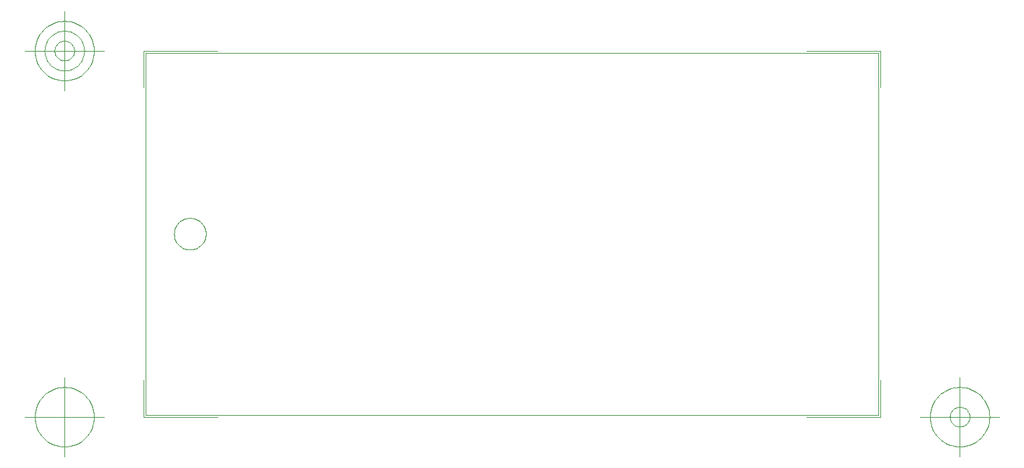
<source format=gbr>
G04 Generated by Ultiboard *
%FSLAX25Y25*%
%MOIN*%

%ADD10C,0.00004*%
%ADD12C,0.00394*%


%LNBoard Outline*%
%LPD*%
%FSLAX25Y25*%
%MOIN*%
G54D10*
X234000Y226000D02*
X598000Y226000D01*
X598000Y226000D02*
X598000Y406000D01*
X598000Y406000D02*
X234000Y406000D01*
X234000Y406000D02*
X234000Y226000D01*
X263874Y316000D02*
X263836Y316772D01*
X263836Y316772D02*
X263723Y317536D01*
X263723Y317536D02*
X263535Y318286D01*
X263535Y318286D02*
X263275Y319013D01*
X263275Y319013D02*
X262944Y319712D01*
X262944Y319712D02*
X262547Y320375D01*
X262547Y320375D02*
X262087Y320995D01*
X262087Y320995D02*
X261568Y321568D01*
X261568Y321568D02*
X260995Y322087D01*
X260995Y322087D02*
X260375Y322547D01*
X260375Y322547D02*
X259712Y322944D01*
X259712Y322944D02*
X259013Y323275D01*
X259013Y323275D02*
X258286Y323535D01*
X258286Y323535D02*
X257536Y323723D01*
X257536Y323723D02*
X256772Y323836D01*
X256772Y323836D02*
X256000Y323874D01*
X256000Y323874D02*
X255228Y323836D01*
X255228Y323836D02*
X254464Y323723D01*
X254464Y323723D02*
X253714Y323535D01*
X253714Y323535D02*
X252987Y323275D01*
X252987Y323275D02*
X252288Y322944D01*
X252288Y322944D02*
X251625Y322547D01*
X251625Y322547D02*
X251005Y322087D01*
X251005Y322087D02*
X250432Y321568D01*
X250432Y321568D02*
X249913Y320995D01*
X249913Y320995D02*
X249453Y320375D01*
X249453Y320375D02*
X249056Y319712D01*
X249056Y319712D02*
X248725Y319013D01*
X248725Y319013D02*
X248465Y318286D01*
X248465Y318286D02*
X248277Y317536D01*
X248277Y317536D02*
X248164Y316772D01*
X248164Y316772D02*
X248126Y316000D01*
X248126Y316000D02*
X248164Y315228D01*
X248164Y315228D02*
X248277Y314464D01*
X248277Y314464D02*
X248465Y313714D01*
X248465Y313714D02*
X248725Y312987D01*
X248725Y312987D02*
X249056Y312288D01*
X249056Y312288D02*
X249453Y311625D01*
X249453Y311625D02*
X249913Y311005D01*
X249913Y311005D02*
X250432Y310432D01*
X250432Y310432D02*
X251005Y309913D01*
X251005Y309913D02*
X251625Y309453D01*
X251625Y309453D02*
X252288Y309056D01*
X252288Y309056D02*
X252987Y308725D01*
X252987Y308725D02*
X253714Y308465D01*
X253714Y308465D02*
X254464Y308277D01*
X254464Y308277D02*
X255228Y308164D01*
X255228Y308164D02*
X256000Y308126D01*
X256000Y308126D02*
X256772Y308164D01*
X256772Y308164D02*
X257536Y308277D01*
X257536Y308277D02*
X258286Y308465D01*
X258286Y308465D02*
X259013Y308725D01*
X259013Y308725D02*
X259712Y309056D01*
X259712Y309056D02*
X260375Y309453D01*
X260375Y309453D02*
X260995Y309913D01*
X260995Y309913D02*
X261568Y310432D01*
X261568Y310432D02*
X262087Y311005D01*
X262087Y311005D02*
X262547Y311625D01*
X262547Y311625D02*
X262944Y312288D01*
X262944Y312288D02*
X263275Y312987D01*
X263275Y312987D02*
X263535Y313714D01*
X263535Y313714D02*
X263723Y314464D01*
X263723Y314464D02*
X263836Y315228D01*
X263836Y315228D02*
X263874Y316000D01*
G54D12*
X233000Y225000D02*
X233000Y243200D01*
X233000Y225000D02*
X269600Y225000D01*
X599000Y225000D02*
X562400Y225000D01*
X599000Y225000D02*
X599000Y243200D01*
X599000Y407000D02*
X599000Y388800D01*
X599000Y407000D02*
X562400Y407000D01*
X233000Y407000D02*
X269600Y407000D01*
X233000Y407000D02*
X233000Y388800D01*
X213315Y225000D02*
X173945Y225000D01*
X193630Y205315D02*
X193630Y244685D01*
X208394Y225000D02*
X208323Y226447D01*
X208323Y226447D02*
X208110Y227880D01*
X208110Y227880D02*
X207758Y229286D01*
X207758Y229286D02*
X207270Y230650D01*
X207270Y230650D02*
X206650Y231960D01*
X206650Y231960D02*
X205906Y233202D01*
X205906Y233202D02*
X205042Y234366D01*
X205042Y234366D02*
X204069Y235440D01*
X204069Y235440D02*
X202996Y236413D01*
X202996Y236413D02*
X201832Y237276D01*
X201832Y237276D02*
X200590Y238020D01*
X200590Y238020D02*
X199280Y238640D01*
X199280Y238640D02*
X197916Y239128D01*
X197916Y239128D02*
X196510Y239480D01*
X196510Y239480D02*
X195077Y239693D01*
X195077Y239693D02*
X193630Y239764D01*
X193630Y239764D02*
X192183Y239693D01*
X192183Y239693D02*
X190750Y239480D01*
X190750Y239480D02*
X189344Y239128D01*
X189344Y239128D02*
X187980Y238640D01*
X187980Y238640D02*
X186670Y238020D01*
X186670Y238020D02*
X185428Y237276D01*
X185428Y237276D02*
X184264Y236413D01*
X184264Y236413D02*
X183190Y235440D01*
X183190Y235440D02*
X182217Y234366D01*
X182217Y234366D02*
X181354Y233202D01*
X181354Y233202D02*
X180609Y231960D01*
X180609Y231960D02*
X179990Y230650D01*
X179990Y230650D02*
X179502Y229286D01*
X179502Y229286D02*
X179150Y227880D01*
X179150Y227880D02*
X178937Y226447D01*
X178937Y226447D02*
X178866Y225000D01*
X178866Y225000D02*
X178937Y223553D01*
X178937Y223553D02*
X179150Y222120D01*
X179150Y222120D02*
X179502Y220714D01*
X179502Y220714D02*
X179990Y219350D01*
X179990Y219350D02*
X180609Y218040D01*
X180609Y218040D02*
X181354Y216798D01*
X181354Y216798D02*
X182217Y215634D01*
X182217Y215634D02*
X183190Y214560D01*
X183190Y214560D02*
X184264Y213587D01*
X184264Y213587D02*
X185428Y212724D01*
X185428Y212724D02*
X186670Y211980D01*
X186670Y211980D02*
X187980Y211360D01*
X187980Y211360D02*
X189344Y210872D01*
X189344Y210872D02*
X190750Y210520D01*
X190750Y210520D02*
X192183Y210307D01*
X192183Y210307D02*
X193630Y210236D01*
X193630Y210236D02*
X195077Y210307D01*
X195077Y210307D02*
X196510Y210520D01*
X196510Y210520D02*
X197916Y210872D01*
X197916Y210872D02*
X199280Y211360D01*
X199280Y211360D02*
X200590Y211980D01*
X200590Y211980D02*
X201832Y212724D01*
X201832Y212724D02*
X202996Y213587D01*
X202996Y213587D02*
X204069Y214560D01*
X204069Y214560D02*
X205042Y215634D01*
X205042Y215634D02*
X205906Y216798D01*
X205906Y216798D02*
X206650Y218040D01*
X206650Y218040D02*
X207270Y219350D01*
X207270Y219350D02*
X207758Y220714D01*
X207758Y220714D02*
X208110Y222120D01*
X208110Y222120D02*
X208323Y223553D01*
X208323Y223553D02*
X208394Y225000D01*
X618685Y225000D02*
X658055Y225000D01*
X638370Y205315D02*
X638370Y244685D01*
X653134Y225000D02*
X653063Y226447D01*
X653063Y226447D02*
X652850Y227880D01*
X652850Y227880D02*
X652498Y229286D01*
X652498Y229286D02*
X652010Y230650D01*
X652010Y230650D02*
X651391Y231960D01*
X651391Y231960D02*
X650646Y233202D01*
X650646Y233202D02*
X649783Y234366D01*
X649783Y234366D02*
X648810Y235440D01*
X648810Y235440D02*
X647736Y236413D01*
X647736Y236413D02*
X646572Y237276D01*
X646572Y237276D02*
X645330Y238020D01*
X645330Y238020D02*
X644020Y238640D01*
X644020Y238640D02*
X642656Y239128D01*
X642656Y239128D02*
X641250Y239480D01*
X641250Y239480D02*
X639817Y239693D01*
X639817Y239693D02*
X638370Y239764D01*
X638370Y239764D02*
X636923Y239693D01*
X636923Y239693D02*
X635490Y239480D01*
X635490Y239480D02*
X634084Y239128D01*
X634084Y239128D02*
X632720Y238640D01*
X632720Y238640D02*
X631410Y238020D01*
X631410Y238020D02*
X630168Y237276D01*
X630168Y237276D02*
X629004Y236413D01*
X629004Y236413D02*
X627931Y235440D01*
X627931Y235440D02*
X626958Y234366D01*
X626958Y234366D02*
X626094Y233202D01*
X626094Y233202D02*
X625350Y231960D01*
X625350Y231960D02*
X624730Y230650D01*
X624730Y230650D02*
X624242Y229286D01*
X624242Y229286D02*
X623890Y227880D01*
X623890Y227880D02*
X623677Y226447D01*
X623677Y226447D02*
X623606Y225000D01*
X623606Y225000D02*
X623677Y223553D01*
X623677Y223553D02*
X623890Y222120D01*
X623890Y222120D02*
X624242Y220714D01*
X624242Y220714D02*
X624730Y219350D01*
X624730Y219350D02*
X625350Y218040D01*
X625350Y218040D02*
X626094Y216798D01*
X626094Y216798D02*
X626958Y215634D01*
X626958Y215634D02*
X627931Y214560D01*
X627931Y214560D02*
X629004Y213587D01*
X629004Y213587D02*
X630168Y212724D01*
X630168Y212724D02*
X631410Y211980D01*
X631410Y211980D02*
X632720Y211360D01*
X632720Y211360D02*
X634084Y210872D01*
X634084Y210872D02*
X635490Y210520D01*
X635490Y210520D02*
X636923Y210307D01*
X636923Y210307D02*
X638370Y210236D01*
X638370Y210236D02*
X639817Y210307D01*
X639817Y210307D02*
X641250Y210520D01*
X641250Y210520D02*
X642656Y210872D01*
X642656Y210872D02*
X644020Y211360D01*
X644020Y211360D02*
X645330Y211980D01*
X645330Y211980D02*
X646572Y212724D01*
X646572Y212724D02*
X647736Y213587D01*
X647736Y213587D02*
X648810Y214560D01*
X648810Y214560D02*
X649783Y215634D01*
X649783Y215634D02*
X650646Y216798D01*
X650646Y216798D02*
X651391Y218040D01*
X651391Y218040D02*
X652010Y219350D01*
X652010Y219350D02*
X652498Y220714D01*
X652498Y220714D02*
X652850Y222120D01*
X652850Y222120D02*
X653063Y223553D01*
X653063Y223553D02*
X653134Y225000D01*
X643291Y225000D02*
X643268Y225482D01*
X643268Y225482D02*
X643197Y225960D01*
X643197Y225960D02*
X643079Y226429D01*
X643079Y226429D02*
X642917Y226883D01*
X642917Y226883D02*
X642710Y227320D01*
X642710Y227320D02*
X642462Y227734D01*
X642462Y227734D02*
X642174Y228122D01*
X642174Y228122D02*
X641850Y228480D01*
X641850Y228480D02*
X641492Y228804D01*
X641492Y228804D02*
X641104Y229092D01*
X641104Y229092D02*
X640690Y229340D01*
X640690Y229340D02*
X640253Y229547D01*
X640253Y229547D02*
X639799Y229709D01*
X639799Y229709D02*
X639330Y229827D01*
X639330Y229827D02*
X638852Y229898D01*
X638852Y229898D02*
X638370Y229921D01*
X638370Y229921D02*
X637888Y229898D01*
X637888Y229898D02*
X637410Y229827D01*
X637410Y229827D02*
X636942Y229709D01*
X636942Y229709D02*
X636487Y229547D01*
X636487Y229547D02*
X636050Y229340D01*
X636050Y229340D02*
X635636Y229092D01*
X635636Y229092D02*
X635248Y228804D01*
X635248Y228804D02*
X634890Y228480D01*
X634890Y228480D02*
X634566Y228122D01*
X634566Y228122D02*
X634278Y227734D01*
X634278Y227734D02*
X634030Y227320D01*
X634030Y227320D02*
X633823Y226883D01*
X633823Y226883D02*
X633661Y226429D01*
X633661Y226429D02*
X633543Y225960D01*
X633543Y225960D02*
X633473Y225482D01*
X633473Y225482D02*
X633449Y225000D01*
X633449Y225000D02*
X633473Y224518D01*
X633473Y224518D02*
X633543Y224040D01*
X633543Y224040D02*
X633661Y223571D01*
X633661Y223571D02*
X633823Y223117D01*
X633823Y223117D02*
X634030Y222680D01*
X634030Y222680D02*
X634278Y222266D01*
X634278Y222266D02*
X634566Y221878D01*
X634566Y221878D02*
X634890Y221520D01*
X634890Y221520D02*
X635248Y221196D01*
X635248Y221196D02*
X635636Y220908D01*
X635636Y220908D02*
X636050Y220660D01*
X636050Y220660D02*
X636487Y220453D01*
X636487Y220453D02*
X636942Y220291D01*
X636942Y220291D02*
X637410Y220173D01*
X637410Y220173D02*
X637888Y220102D01*
X637888Y220102D02*
X638370Y220079D01*
X638370Y220079D02*
X638852Y220102D01*
X638852Y220102D02*
X639330Y220173D01*
X639330Y220173D02*
X639799Y220291D01*
X639799Y220291D02*
X640253Y220453D01*
X640253Y220453D02*
X640690Y220660D01*
X640690Y220660D02*
X641104Y220908D01*
X641104Y220908D02*
X641492Y221196D01*
X641492Y221196D02*
X641850Y221520D01*
X641850Y221520D02*
X642174Y221878D01*
X642174Y221878D02*
X642462Y222266D01*
X642462Y222266D02*
X642710Y222680D01*
X642710Y222680D02*
X642917Y223117D01*
X642917Y223117D02*
X643079Y223571D01*
X643079Y223571D02*
X643197Y224040D01*
X643197Y224040D02*
X643268Y224518D01*
X643268Y224518D02*
X643291Y225000D01*
X213315Y407000D02*
X173945Y407000D01*
X193630Y387315D02*
X193630Y426685D01*
X208394Y407000D02*
X208323Y408447D01*
X208323Y408447D02*
X208110Y409880D01*
X208110Y409880D02*
X207758Y411286D01*
X207758Y411286D02*
X207270Y412650D01*
X207270Y412650D02*
X206650Y413960D01*
X206650Y413960D02*
X205906Y415202D01*
X205906Y415202D02*
X205042Y416366D01*
X205042Y416366D02*
X204069Y417440D01*
X204069Y417440D02*
X202996Y418413D01*
X202996Y418413D02*
X201832Y419276D01*
X201832Y419276D02*
X200590Y420020D01*
X200590Y420020D02*
X199280Y420640D01*
X199280Y420640D02*
X197916Y421128D01*
X197916Y421128D02*
X196510Y421480D01*
X196510Y421480D02*
X195077Y421693D01*
X195077Y421693D02*
X193630Y421764D01*
X193630Y421764D02*
X192183Y421693D01*
X192183Y421693D02*
X190750Y421480D01*
X190750Y421480D02*
X189344Y421128D01*
X189344Y421128D02*
X187980Y420640D01*
X187980Y420640D02*
X186670Y420020D01*
X186670Y420020D02*
X185428Y419276D01*
X185428Y419276D02*
X184264Y418413D01*
X184264Y418413D02*
X183190Y417440D01*
X183190Y417440D02*
X182217Y416366D01*
X182217Y416366D02*
X181354Y415202D01*
X181354Y415202D02*
X180609Y413960D01*
X180609Y413960D02*
X179990Y412650D01*
X179990Y412650D02*
X179502Y411286D01*
X179502Y411286D02*
X179150Y409880D01*
X179150Y409880D02*
X178937Y408447D01*
X178937Y408447D02*
X178866Y407000D01*
X178866Y407000D02*
X178937Y405553D01*
X178937Y405553D02*
X179150Y404120D01*
X179150Y404120D02*
X179502Y402714D01*
X179502Y402714D02*
X179990Y401350D01*
X179990Y401350D02*
X180609Y400040D01*
X180609Y400040D02*
X181354Y398798D01*
X181354Y398798D02*
X182217Y397634D01*
X182217Y397634D02*
X183190Y396560D01*
X183190Y396560D02*
X184264Y395587D01*
X184264Y395587D02*
X185428Y394724D01*
X185428Y394724D02*
X186670Y393980D01*
X186670Y393980D02*
X187980Y393360D01*
X187980Y393360D02*
X189344Y392872D01*
X189344Y392872D02*
X190750Y392520D01*
X190750Y392520D02*
X192183Y392307D01*
X192183Y392307D02*
X193630Y392236D01*
X193630Y392236D02*
X195077Y392307D01*
X195077Y392307D02*
X196510Y392520D01*
X196510Y392520D02*
X197916Y392872D01*
X197916Y392872D02*
X199280Y393360D01*
X199280Y393360D02*
X200590Y393980D01*
X200590Y393980D02*
X201832Y394724D01*
X201832Y394724D02*
X202996Y395587D01*
X202996Y395587D02*
X204069Y396560D01*
X204069Y396560D02*
X205042Y397634D01*
X205042Y397634D02*
X205906Y398798D01*
X205906Y398798D02*
X206650Y400040D01*
X206650Y400040D02*
X207270Y401350D01*
X207270Y401350D02*
X207758Y402714D01*
X207758Y402714D02*
X208110Y404120D01*
X208110Y404120D02*
X208323Y405553D01*
X208323Y405553D02*
X208394Y407000D01*
X203472Y407000D02*
X203425Y407965D01*
X203425Y407965D02*
X203283Y408920D01*
X203283Y408920D02*
X203049Y409857D01*
X203049Y409857D02*
X202723Y410767D01*
X202723Y410767D02*
X202310Y411640D01*
X202310Y411640D02*
X201814Y412468D01*
X201814Y412468D02*
X201238Y413244D01*
X201238Y413244D02*
X200590Y413960D01*
X200590Y413960D02*
X199874Y414608D01*
X199874Y414608D02*
X199098Y415184D01*
X199098Y415184D02*
X198270Y415680D01*
X198270Y415680D02*
X197396Y416093D01*
X197396Y416093D02*
X196487Y416419D01*
X196487Y416419D02*
X195550Y416653D01*
X195550Y416653D02*
X194595Y416795D01*
X194595Y416795D02*
X193630Y416843D01*
X193630Y416843D02*
X192665Y416795D01*
X192665Y416795D02*
X191710Y416653D01*
X191710Y416653D02*
X190773Y416419D01*
X190773Y416419D02*
X189863Y416093D01*
X189863Y416093D02*
X188990Y415680D01*
X188990Y415680D02*
X188162Y415184D01*
X188162Y415184D02*
X187386Y414608D01*
X187386Y414608D02*
X186670Y413960D01*
X186670Y413960D02*
X186022Y413244D01*
X186022Y413244D02*
X185446Y412468D01*
X185446Y412468D02*
X184950Y411640D01*
X184950Y411640D02*
X184537Y410767D01*
X184537Y410767D02*
X184211Y409857D01*
X184211Y409857D02*
X183977Y408920D01*
X183977Y408920D02*
X183835Y407965D01*
X183835Y407965D02*
X183787Y407000D01*
X183787Y407000D02*
X183835Y406035D01*
X183835Y406035D02*
X183977Y405080D01*
X183977Y405080D02*
X184211Y404143D01*
X184211Y404143D02*
X184537Y403233D01*
X184537Y403233D02*
X184950Y402360D01*
X184950Y402360D02*
X185446Y401532D01*
X185446Y401532D02*
X186022Y400756D01*
X186022Y400756D02*
X186670Y400040D01*
X186670Y400040D02*
X187386Y399392D01*
X187386Y399392D02*
X188162Y398816D01*
X188162Y398816D02*
X188990Y398320D01*
X188990Y398320D02*
X189863Y397907D01*
X189863Y397907D02*
X190773Y397581D01*
X190773Y397581D02*
X191710Y397347D01*
X191710Y397347D02*
X192665Y397205D01*
X192665Y397205D02*
X193630Y397157D01*
X193630Y397157D02*
X194595Y397205D01*
X194595Y397205D02*
X195550Y397347D01*
X195550Y397347D02*
X196487Y397581D01*
X196487Y397581D02*
X197396Y397907D01*
X197396Y397907D02*
X198270Y398320D01*
X198270Y398320D02*
X199098Y398816D01*
X199098Y398816D02*
X199874Y399392D01*
X199874Y399392D02*
X200590Y400040D01*
X200590Y400040D02*
X201238Y400756D01*
X201238Y400756D02*
X201814Y401532D01*
X201814Y401532D02*
X202310Y402360D01*
X202310Y402360D02*
X202723Y403233D01*
X202723Y403233D02*
X203049Y404143D01*
X203049Y404143D02*
X203283Y405080D01*
X203283Y405080D02*
X203425Y406035D01*
X203425Y406035D02*
X203472Y407000D01*
X198551Y407000D02*
X198527Y407482D01*
X198527Y407482D02*
X198457Y407960D01*
X198457Y407960D02*
X198339Y408429D01*
X198339Y408429D02*
X198177Y408883D01*
X198177Y408883D02*
X197970Y409320D01*
X197970Y409320D02*
X197722Y409734D01*
X197722Y409734D02*
X197434Y410122D01*
X197434Y410122D02*
X197110Y410480D01*
X197110Y410480D02*
X196752Y410804D01*
X196752Y410804D02*
X196364Y411092D01*
X196364Y411092D02*
X195950Y411340D01*
X195950Y411340D02*
X195513Y411547D01*
X195513Y411547D02*
X195058Y411709D01*
X195058Y411709D02*
X194590Y411827D01*
X194590Y411827D02*
X194112Y411898D01*
X194112Y411898D02*
X193630Y411921D01*
X193630Y411921D02*
X193148Y411898D01*
X193148Y411898D02*
X192670Y411827D01*
X192670Y411827D02*
X192201Y411709D01*
X192201Y411709D02*
X191747Y411547D01*
X191747Y411547D02*
X191310Y411340D01*
X191310Y411340D02*
X190896Y411092D01*
X190896Y411092D02*
X190508Y410804D01*
X190508Y410804D02*
X190150Y410480D01*
X190150Y410480D02*
X189826Y410122D01*
X189826Y410122D02*
X189538Y409734D01*
X189538Y409734D02*
X189290Y409320D01*
X189290Y409320D02*
X189083Y408883D01*
X189083Y408883D02*
X188921Y408429D01*
X188921Y408429D02*
X188803Y407960D01*
X188803Y407960D02*
X188732Y407482D01*
X188732Y407482D02*
X188709Y407000D01*
X188709Y407000D02*
X188732Y406518D01*
X188732Y406518D02*
X188803Y406040D01*
X188803Y406040D02*
X188921Y405571D01*
X188921Y405571D02*
X189083Y405117D01*
X189083Y405117D02*
X189290Y404680D01*
X189290Y404680D02*
X189538Y404266D01*
X189538Y404266D02*
X189826Y403878D01*
X189826Y403878D02*
X190150Y403520D01*
X190150Y403520D02*
X190508Y403196D01*
X190508Y403196D02*
X190896Y402908D01*
X190896Y402908D02*
X191310Y402660D01*
X191310Y402660D02*
X191747Y402453D01*
X191747Y402453D02*
X192201Y402291D01*
X192201Y402291D02*
X192670Y402173D01*
X192670Y402173D02*
X193148Y402102D01*
X193148Y402102D02*
X193630Y402079D01*
X193630Y402079D02*
X194112Y402102D01*
X194112Y402102D02*
X194590Y402173D01*
X194590Y402173D02*
X195058Y402291D01*
X195058Y402291D02*
X195513Y402453D01*
X195513Y402453D02*
X195950Y402660D01*
X195950Y402660D02*
X196364Y402908D01*
X196364Y402908D02*
X196752Y403196D01*
X196752Y403196D02*
X197110Y403520D01*
X197110Y403520D02*
X197434Y403878D01*
X197434Y403878D02*
X197722Y404266D01*
X197722Y404266D02*
X197970Y404680D01*
X197970Y404680D02*
X198177Y405117D01*
X198177Y405117D02*
X198339Y405571D01*
X198339Y405571D02*
X198457Y406040D01*
X198457Y406040D02*
X198527Y406518D01*
X198527Y406518D02*
X198551Y407000D01*

M00*

</source>
